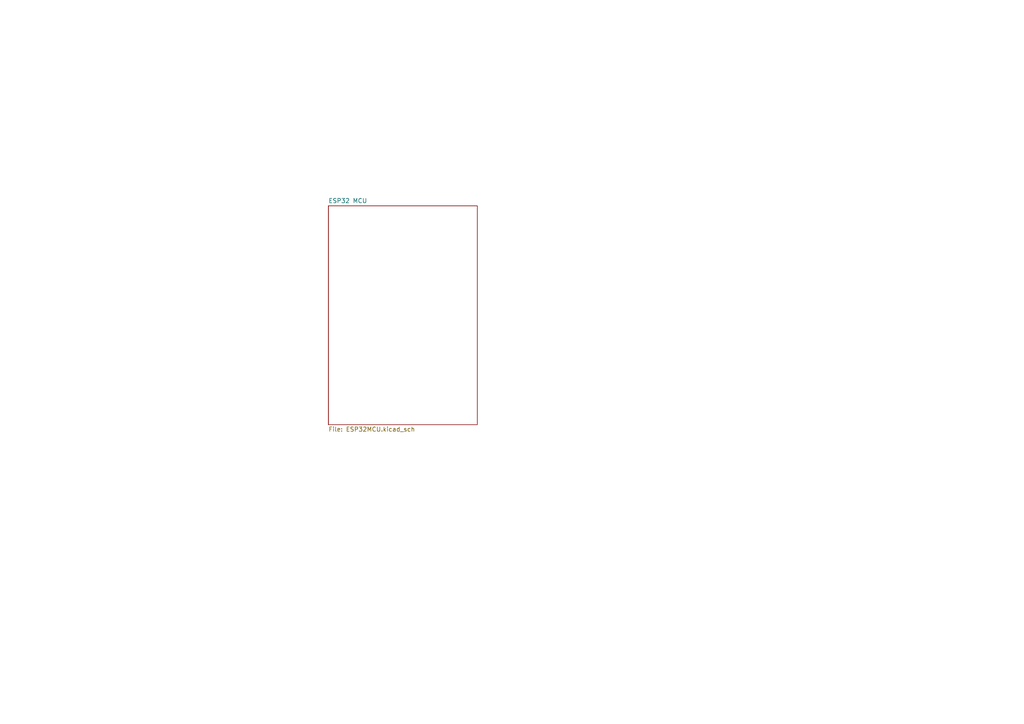
<source format=kicad_sch>
(kicad_sch
	(version 20231120)
	(generator "eeschema")
	(generator_version "8.0")
	(uuid "150e8bce-53ec-44e1-bff7-27631adf1a0d")
	(paper "A4")
	(lib_symbols)
	(sheet
		(at 95.25 59.69)
		(size 43.18 63.5)
		(fields_autoplaced yes)
		(stroke
			(width 0.1524)
			(type solid)
		)
		(fill
			(color 0 0 0 0.0000)
		)
		(uuid "c6dfe47a-6228-419a-a5eb-cda192662dea")
		(property "Sheetname" "ESP32 MCU"
			(at 95.25 58.9784 0)
			(effects
				(font
					(size 1.27 1.27)
				)
				(justify left bottom)
			)
		)
		(property "Sheetfile" "ESP32MCU.kicad_sch"
			(at 95.25 123.7746 0)
			(effects
				(font
					(size 1.27 1.27)
				)
				(justify left top)
			)
		)
		(instances
			(project "ReCycle Display PCB"
				(path "/150e8bce-53ec-44e1-bff7-27631adf1a0d"
					(page "2")
				)
			)
		)
	)
	(sheet_instances
		(path "/"
			(page "1")
		)
	)
)

</source>
